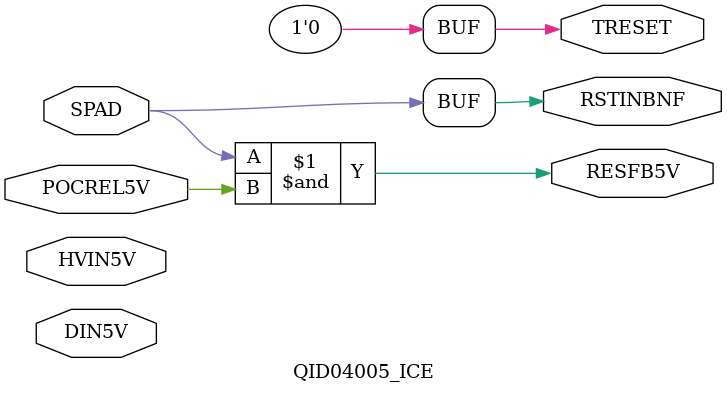
<source format=v>
/********************************************************************************/
/* Date		: 2010/07/27							*/
/* Revision	: 1.00								*/
/* Designer	: T.Tsunoda							*/
/* Note		: Reset buffer use to make RTBFG.				*/
/********************************************************************************/
/* Date		: 2010/08/20							*/
/* Revision	: 1.01								*/
/* Designer	: T.Tsunoda							*/
/* Note		: TRESET¤òICE¤Ç¤Ï0¸ÇÄê¤ËÊÑ¹¹¡£ËÜÍè¤ÎTRESET¤ÏN/F¤Î¼êÁ°¤¬·Ò¤¬¤ë	*/
/*		: ¤Ù¤­¤À¤¬¡¢ICE¤Ç¤ÏICE Macro¤ÇN/F¤òÄÌ¤·¤¿¤â¤Î¤òÀÜÂ³¤·¤Æ¤¤¤ë¡£	*/
/*		: ¤³¤ì¤Ë¤è¤ê¡¢ËÜÍèN/F¤ÎÄÌ²áÍ­Ìµ¤Çµ¯¤ëDelay¤ò´üÂÔ¤·¤¿²óÏ©¤¬ICE	*/
/*		: ¤Ç¤ÏÆ°¤«¤Ê¤¯¤Ê¤êSerial Programming Mode¤Ë°ú¤­¹þ¤á¤Ê¤¤ÌäÂê¤¬	*/
/*		: µ¯¤Ã¤¿¤¿¤á¡¢ËÜMacro¼ÂÁõ°ÊÁ°¤Î¾õÂÖ(TRESET=0)¤ËÌá¤¹¤³¤È¤È¤·¤¿¡£	*/
/********************************************************************************/

module QID04005_ICE ( RSTINBNF, RESFB5V, TRESET, DIN5V, POCREL5V, SPAD, HVIN5V );

	output	RSTINBNF;	// Ã¼»ÒReset		| =TERRESB
	output	RESFB5V;	// Reset¿®¹æ(0:Reset)	| ~(TERRESB & POCRESB) (=RTBFG)
	output	TRESET;		// Ã¼»ÒReset¤ÎÈ¿Å¾	| =~TERRESB              ^^^^^
	input	DIN5V;		// 			| (<-pulldown)
	input	POCREL5V;	// POC½ÐÎÏ(5V·Ï)	| (<-ice.resctl(POCRESB))
	input	SPAD;		// Ã¼»ÒReset		| (<-ice.resctl(TERRESB))
	input	HVIN5V;		// 			| (<-pulldown)


	assign	RSTINBNF = SPAD;
	assign	RESFB5V = RSTINBNF & POCREL5V;
//	assign	TRESET = ~SPAD;	// [V1.01]
	assign	TRESET = 1'b0;	// [V1.01]

endmodule


</source>
